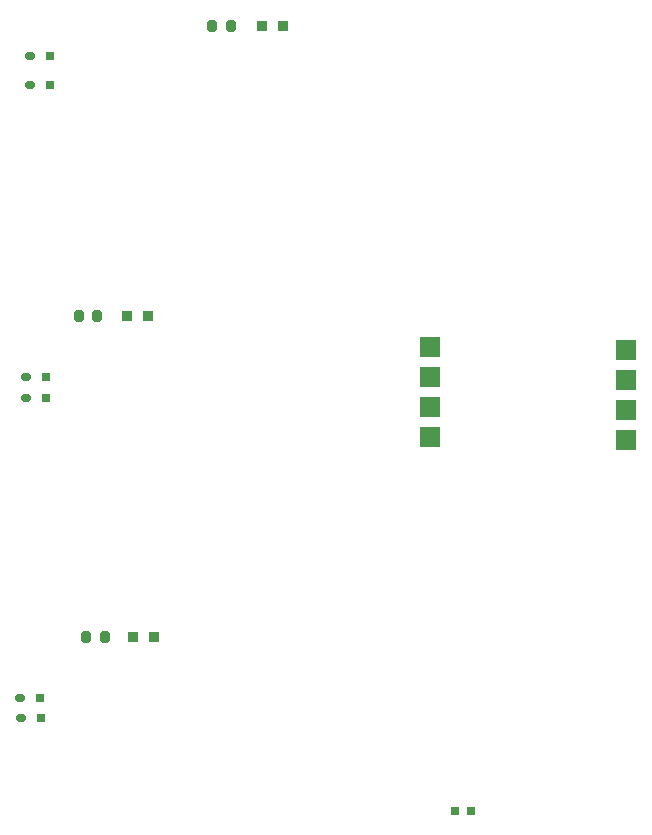
<source format=gtp>
G04*
G04 #@! TF.GenerationSoftware,Altium Limited,Altium Designer,21.0.3 (12)*
G04*
G04 Layer_Color=8421504*
%FSLAX25Y25*%
%MOIN*%
G70*
G04*
G04 #@! TF.SameCoordinates,1AB0012E-6492-40AC-AB66-57420BB0589C*
G04*
G04*
G04 #@! TF.FilePolarity,Positive*
G04*
G01*
G75*
G04:AMPARAMS|DCode=16|XSize=31.5mil|YSize=27.56mil|CornerRadius=0mil|HoleSize=0mil|Usage=FLASHONLY|Rotation=180.000|XOffset=0mil|YOffset=0mil|HoleType=Round|Shape=Octagon|*
%AMOCTAGOND16*
4,1,8,-0.01575,0.00689,-0.01575,-0.00689,-0.00886,-0.01378,0.00886,-0.01378,0.01575,-0.00689,0.01575,0.00689,0.00886,0.01378,-0.00886,0.01378,-0.01575,0.00689,0.0*
%
%ADD16OCTAGOND16*%

%ADD17R,0.03150X0.02756*%
%ADD18R,0.03000X0.03000*%
%ADD19R,0.03200X0.03700*%
G04:AMPARAMS|DCode=20|XSize=37mil|YSize=32mil|CornerRadius=8mil|HoleSize=0mil|Usage=FLASHONLY|Rotation=270.000|XOffset=0mil|YOffset=0mil|HoleType=Round|Shape=RoundedRectangle|*
%AMROUNDEDRECTD20*
21,1,0.03700,0.01600,0,0,270.0*
21,1,0.02100,0.03200,0,0,270.0*
1,1,0.01600,-0.00800,-0.01050*
1,1,0.01600,-0.00800,0.01050*
1,1,0.01600,0.00800,0.01050*
1,1,0.01600,0.00800,-0.01050*
%
%ADD20ROUNDEDRECTD20*%
%ADD21R,0.06693X0.06693*%
D16*
X95807Y186000D02*
D03*
Y193000D02*
D03*
X97307Y290500D02*
D03*
Y300000D02*
D03*
X94153Y79500D02*
D03*
X94000Y86000D02*
D03*
D17*
X102500Y186000D02*
D03*
Y193000D02*
D03*
X104000Y290500D02*
D03*
Y300000D02*
D03*
X100847Y79500D02*
D03*
X100693Y86000D02*
D03*
D18*
X244118Y48500D02*
D03*
X239000D02*
D03*
D19*
X131500Y106500D02*
D03*
X138500D02*
D03*
X129500Y213500D02*
D03*
X136500D02*
D03*
X174500Y310000D02*
D03*
X181500D02*
D03*
D20*
X116000Y106500D02*
D03*
X122213D02*
D03*
X113500Y213500D02*
D03*
X119713D02*
D03*
X158000Y310000D02*
D03*
X164213D02*
D03*
D21*
X296000Y172000D02*
D03*
Y182000D02*
D03*
Y192000D02*
D03*
Y202000D02*
D03*
X230500Y183000D02*
D03*
Y173000D02*
D03*
Y193000D02*
D03*
Y203000D02*
D03*
M02*

</source>
